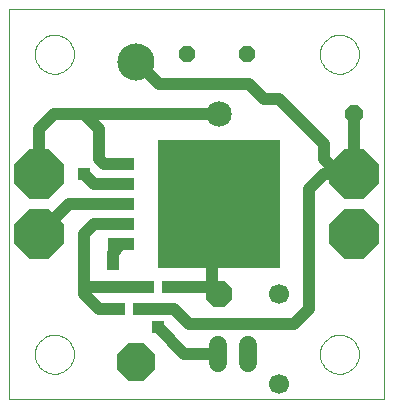
<source format=gtl>
G75*
G70*
%OFA0B0*%
%FSLAX24Y24*%
%IPPOS*%
%LPD*%
%AMOC8*
5,1,8,0,0,1.08239X$1,22.5*
%
%ADD10C,0.0000*%
%ADD11R,0.4098X0.4252*%
%ADD12R,0.0850X0.0420*%
%ADD13R,0.0394X0.0433*%
%ADD14C,0.0669*%
%ADD15C,0.0850*%
%ADD16OC8,0.0850*%
%ADD17OC8,0.0520*%
%ADD18C,0.1240*%
%ADD19OC8,0.1240*%
%ADD20C,0.0600*%
%ADD21OC8,0.1640*%
%ADD22OC8,0.0600*%
%ADD23C,0.0400*%
%ADD24R,0.0400X0.0400*%
D10*
X000191Y000655D02*
X000191Y013651D01*
X012691Y013651D01*
X012691Y000655D01*
X000191Y000655D01*
X001041Y002155D02*
X001043Y002205D01*
X001049Y002255D01*
X001059Y002305D01*
X001072Y002353D01*
X001089Y002401D01*
X001110Y002447D01*
X001134Y002491D01*
X001162Y002533D01*
X001193Y002573D01*
X001227Y002610D01*
X001264Y002645D01*
X001303Y002676D01*
X001344Y002705D01*
X001388Y002730D01*
X001434Y002752D01*
X001481Y002770D01*
X001529Y002784D01*
X001578Y002795D01*
X001628Y002802D01*
X001678Y002805D01*
X001729Y002804D01*
X001779Y002799D01*
X001829Y002790D01*
X001877Y002778D01*
X001925Y002761D01*
X001971Y002741D01*
X002016Y002718D01*
X002059Y002691D01*
X002099Y002661D01*
X002137Y002628D01*
X002172Y002592D01*
X002205Y002553D01*
X002234Y002512D01*
X002260Y002469D01*
X002283Y002424D01*
X002302Y002377D01*
X002317Y002329D01*
X002329Y002280D01*
X002337Y002230D01*
X002341Y002180D01*
X002341Y002130D01*
X002337Y002080D01*
X002329Y002030D01*
X002317Y001981D01*
X002302Y001933D01*
X002283Y001886D01*
X002260Y001841D01*
X002234Y001798D01*
X002205Y001757D01*
X002172Y001718D01*
X002137Y001682D01*
X002099Y001649D01*
X002059Y001619D01*
X002016Y001592D01*
X001971Y001569D01*
X001925Y001549D01*
X001877Y001532D01*
X001829Y001520D01*
X001779Y001511D01*
X001729Y001506D01*
X001678Y001505D01*
X001628Y001508D01*
X001578Y001515D01*
X001529Y001526D01*
X001481Y001540D01*
X001434Y001558D01*
X001388Y001580D01*
X001344Y001605D01*
X001303Y001634D01*
X001264Y001665D01*
X001227Y001700D01*
X001193Y001737D01*
X001162Y001777D01*
X001134Y001819D01*
X001110Y001863D01*
X001089Y001909D01*
X001072Y001957D01*
X001059Y002005D01*
X001049Y002055D01*
X001043Y002105D01*
X001041Y002155D01*
X001041Y012155D02*
X001043Y012205D01*
X001049Y012255D01*
X001059Y012305D01*
X001072Y012353D01*
X001089Y012401D01*
X001110Y012447D01*
X001134Y012491D01*
X001162Y012533D01*
X001193Y012573D01*
X001227Y012610D01*
X001264Y012645D01*
X001303Y012676D01*
X001344Y012705D01*
X001388Y012730D01*
X001434Y012752D01*
X001481Y012770D01*
X001529Y012784D01*
X001578Y012795D01*
X001628Y012802D01*
X001678Y012805D01*
X001729Y012804D01*
X001779Y012799D01*
X001829Y012790D01*
X001877Y012778D01*
X001925Y012761D01*
X001971Y012741D01*
X002016Y012718D01*
X002059Y012691D01*
X002099Y012661D01*
X002137Y012628D01*
X002172Y012592D01*
X002205Y012553D01*
X002234Y012512D01*
X002260Y012469D01*
X002283Y012424D01*
X002302Y012377D01*
X002317Y012329D01*
X002329Y012280D01*
X002337Y012230D01*
X002341Y012180D01*
X002341Y012130D01*
X002337Y012080D01*
X002329Y012030D01*
X002317Y011981D01*
X002302Y011933D01*
X002283Y011886D01*
X002260Y011841D01*
X002234Y011798D01*
X002205Y011757D01*
X002172Y011718D01*
X002137Y011682D01*
X002099Y011649D01*
X002059Y011619D01*
X002016Y011592D01*
X001971Y011569D01*
X001925Y011549D01*
X001877Y011532D01*
X001829Y011520D01*
X001779Y011511D01*
X001729Y011506D01*
X001678Y011505D01*
X001628Y011508D01*
X001578Y011515D01*
X001529Y011526D01*
X001481Y011540D01*
X001434Y011558D01*
X001388Y011580D01*
X001344Y011605D01*
X001303Y011634D01*
X001264Y011665D01*
X001227Y011700D01*
X001193Y011737D01*
X001162Y011777D01*
X001134Y011819D01*
X001110Y011863D01*
X001089Y011909D01*
X001072Y011957D01*
X001059Y012005D01*
X001049Y012055D01*
X001043Y012105D01*
X001041Y012155D01*
X010541Y012155D02*
X010543Y012205D01*
X010549Y012255D01*
X010559Y012305D01*
X010572Y012353D01*
X010589Y012401D01*
X010610Y012447D01*
X010634Y012491D01*
X010662Y012533D01*
X010693Y012573D01*
X010727Y012610D01*
X010764Y012645D01*
X010803Y012676D01*
X010844Y012705D01*
X010888Y012730D01*
X010934Y012752D01*
X010981Y012770D01*
X011029Y012784D01*
X011078Y012795D01*
X011128Y012802D01*
X011178Y012805D01*
X011229Y012804D01*
X011279Y012799D01*
X011329Y012790D01*
X011377Y012778D01*
X011425Y012761D01*
X011471Y012741D01*
X011516Y012718D01*
X011559Y012691D01*
X011599Y012661D01*
X011637Y012628D01*
X011672Y012592D01*
X011705Y012553D01*
X011734Y012512D01*
X011760Y012469D01*
X011783Y012424D01*
X011802Y012377D01*
X011817Y012329D01*
X011829Y012280D01*
X011837Y012230D01*
X011841Y012180D01*
X011841Y012130D01*
X011837Y012080D01*
X011829Y012030D01*
X011817Y011981D01*
X011802Y011933D01*
X011783Y011886D01*
X011760Y011841D01*
X011734Y011798D01*
X011705Y011757D01*
X011672Y011718D01*
X011637Y011682D01*
X011599Y011649D01*
X011559Y011619D01*
X011516Y011592D01*
X011471Y011569D01*
X011425Y011549D01*
X011377Y011532D01*
X011329Y011520D01*
X011279Y011511D01*
X011229Y011506D01*
X011178Y011505D01*
X011128Y011508D01*
X011078Y011515D01*
X011029Y011526D01*
X010981Y011540D01*
X010934Y011558D01*
X010888Y011580D01*
X010844Y011605D01*
X010803Y011634D01*
X010764Y011665D01*
X010727Y011700D01*
X010693Y011737D01*
X010662Y011777D01*
X010634Y011819D01*
X010610Y011863D01*
X010589Y011909D01*
X010572Y011957D01*
X010559Y012005D01*
X010549Y012055D01*
X010543Y012105D01*
X010541Y012155D01*
X010541Y002155D02*
X010543Y002205D01*
X010549Y002255D01*
X010559Y002305D01*
X010572Y002353D01*
X010589Y002401D01*
X010610Y002447D01*
X010634Y002491D01*
X010662Y002533D01*
X010693Y002573D01*
X010727Y002610D01*
X010764Y002645D01*
X010803Y002676D01*
X010844Y002705D01*
X010888Y002730D01*
X010934Y002752D01*
X010981Y002770D01*
X011029Y002784D01*
X011078Y002795D01*
X011128Y002802D01*
X011178Y002805D01*
X011229Y002804D01*
X011279Y002799D01*
X011329Y002790D01*
X011377Y002778D01*
X011425Y002761D01*
X011471Y002741D01*
X011516Y002718D01*
X011559Y002691D01*
X011599Y002661D01*
X011637Y002628D01*
X011672Y002592D01*
X011705Y002553D01*
X011734Y002512D01*
X011760Y002469D01*
X011783Y002424D01*
X011802Y002377D01*
X011817Y002329D01*
X011829Y002280D01*
X011837Y002230D01*
X011841Y002180D01*
X011841Y002130D01*
X011837Y002080D01*
X011829Y002030D01*
X011817Y001981D01*
X011802Y001933D01*
X011783Y001886D01*
X011760Y001841D01*
X011734Y001798D01*
X011705Y001757D01*
X011672Y001718D01*
X011637Y001682D01*
X011599Y001649D01*
X011559Y001619D01*
X011516Y001592D01*
X011471Y001569D01*
X011425Y001549D01*
X011377Y001532D01*
X011329Y001520D01*
X011279Y001511D01*
X011229Y001506D01*
X011178Y001505D01*
X011128Y001508D01*
X011078Y001515D01*
X011029Y001526D01*
X010981Y001540D01*
X010934Y001558D01*
X010888Y001580D01*
X010844Y001605D01*
X010803Y001634D01*
X010764Y001665D01*
X010727Y001700D01*
X010693Y001737D01*
X010662Y001777D01*
X010634Y001819D01*
X010610Y001863D01*
X010589Y001909D01*
X010572Y001957D01*
X010559Y002005D01*
X010549Y002055D01*
X010543Y002105D01*
X010541Y002155D01*
D11*
X007191Y007155D03*
D12*
X003911Y007155D03*
X003911Y007825D03*
X003911Y008495D03*
X003911Y006485D03*
X003911Y005815D03*
D13*
X004807Y004405D03*
X005476Y004405D03*
X004526Y003655D03*
X003857Y003655D03*
D14*
X009191Y004155D03*
X009191Y001155D03*
D15*
X007191Y010155D03*
D16*
X007191Y004155D03*
D17*
X008117Y012175D03*
X006117Y012175D03*
D18*
X004416Y011912D03*
D19*
X004416Y001912D03*
D20*
X007129Y001874D02*
X007129Y002474D01*
X008129Y002474D02*
X008129Y001874D01*
D21*
X011691Y006155D03*
X011691Y008155D03*
X001191Y008155D03*
X001191Y006155D03*
D22*
X011691Y010155D03*
D23*
X011691Y008155D01*
X010691Y008155D01*
X010191Y007655D01*
X010191Y003655D01*
X009691Y003155D01*
X006191Y003155D01*
X005691Y003655D01*
X004526Y003655D01*
X003857Y003655D02*
X003191Y003655D01*
X002691Y004155D01*
X002691Y004305D01*
X002791Y004405D01*
X004807Y004405D01*
X005476Y004405D02*
X006941Y004405D01*
X006941Y006905D01*
X007191Y007155D01*
X006941Y004405D02*
X007191Y004155D01*
X007129Y002174D02*
X006023Y002174D01*
X005141Y003055D01*
X003641Y005155D02*
X003641Y005545D01*
X003911Y005815D01*
X003911Y006485D02*
X003021Y006485D01*
X002691Y006155D01*
X002691Y004305D01*
X001191Y006155D02*
X002191Y007155D01*
X003911Y007155D01*
X003911Y007825D02*
X003021Y007825D01*
X002691Y008155D01*
X003191Y008655D02*
X003191Y009655D01*
X002691Y010155D01*
X007191Y010155D01*
X008191Y011155D02*
X005173Y011155D01*
X004416Y011912D01*
X002691Y010155D02*
X001691Y010155D01*
X001191Y009655D01*
X001191Y008155D01*
X003191Y008655D02*
X003351Y008495D01*
X003911Y008495D01*
X008191Y011155D02*
X008691Y010655D01*
X009191Y010655D01*
X010691Y009155D01*
X010691Y008655D01*
X011191Y008155D01*
X011691Y008155D01*
D24*
X005141Y003055D03*
X003641Y005155D03*
X002691Y008155D03*
M02*

</source>
